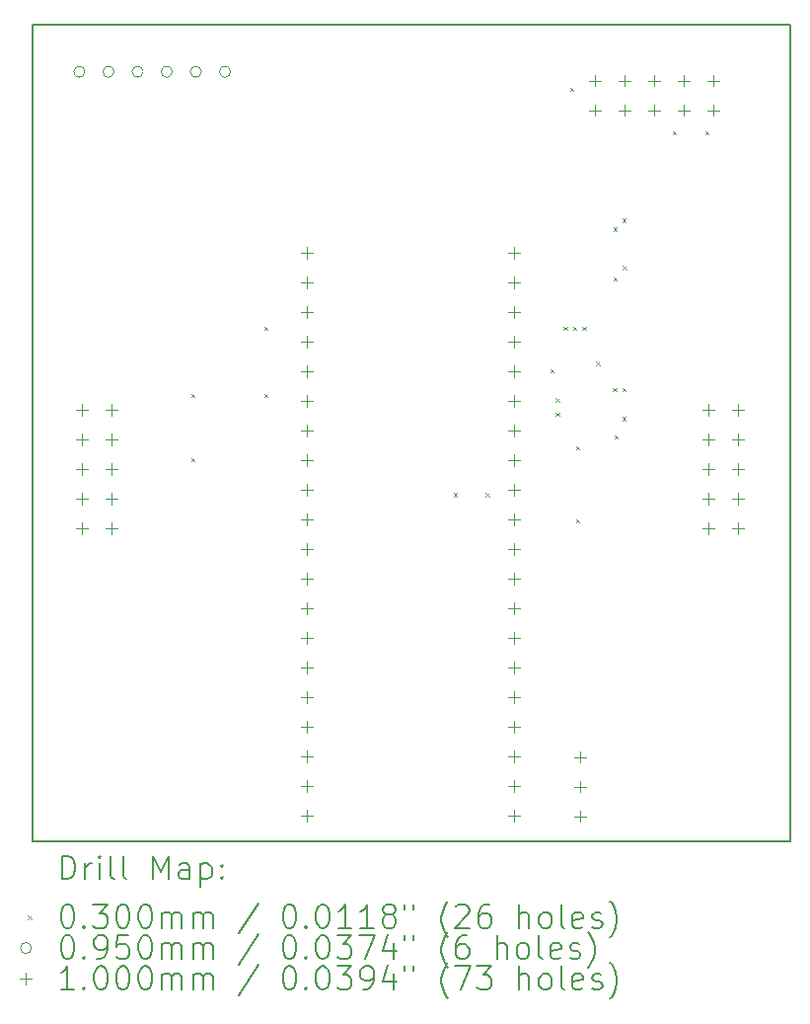
<source format=gbr>
%TF.GenerationSoftware,KiCad,Pcbnew,8.0.5*%
%TF.CreationDate,2024-10-05T13:15:59+02:00*%
%TF.ProjectId,auxboard,61757862-6f61-4726-942e-6b696361645f,rev?*%
%TF.SameCoordinates,Original*%
%TF.FileFunction,Drillmap*%
%TF.FilePolarity,Positive*%
%FSLAX45Y45*%
G04 Gerber Fmt 4.5, Leading zero omitted, Abs format (unit mm)*
G04 Created by KiCad (PCBNEW 8.0.5) date 2024-10-05 13:15:59*
%MOMM*%
%LPD*%
G01*
G04 APERTURE LIST*
%ADD10C,0.200000*%
%ADD11C,0.100000*%
G04 APERTURE END LIST*
D10*
X10000000Y-5000000D02*
X10000000Y-12000000D01*
X16500000Y-5000000D02*
X10000000Y-5000000D01*
X10000000Y-12000000D02*
X16500000Y-12000000D01*
X16500000Y-12000000D02*
X16500000Y-5000000D01*
D11*
X11360000Y-8160000D02*
X11390000Y-8190000D01*
X11390000Y-8160000D02*
X11360000Y-8190000D01*
X11360000Y-8710000D02*
X11390000Y-8740000D01*
X11390000Y-8710000D02*
X11360000Y-8740000D01*
X11985000Y-7585000D02*
X12015000Y-7615000D01*
X12015000Y-7585000D02*
X11985000Y-7615000D01*
X11985000Y-8160000D02*
X12015000Y-8190000D01*
X12015000Y-8160000D02*
X11985000Y-8190000D01*
X13610000Y-9010000D02*
X13640000Y-9040000D01*
X13640000Y-9010000D02*
X13610000Y-9040000D01*
X13885000Y-9010000D02*
X13915000Y-9040000D01*
X13915000Y-9010000D02*
X13885000Y-9040000D01*
X14439926Y-7950000D02*
X14469926Y-7980000D01*
X14469926Y-7950000D02*
X14439926Y-7980000D01*
X14486833Y-8320000D02*
X14516833Y-8350000D01*
X14516833Y-8320000D02*
X14486833Y-8350000D01*
X14489926Y-8200000D02*
X14519926Y-8230000D01*
X14519926Y-8200000D02*
X14489926Y-8230000D01*
X14555000Y-7585000D02*
X14585000Y-7615000D01*
X14585000Y-7585000D02*
X14555000Y-7615000D01*
X14610000Y-5535000D02*
X14640000Y-5565000D01*
X14640000Y-5535000D02*
X14610000Y-5565000D01*
X14635000Y-7585000D02*
X14665000Y-7615000D01*
X14665000Y-7585000D02*
X14635000Y-7615000D01*
X14660000Y-8610000D02*
X14690000Y-8640000D01*
X14690000Y-8610000D02*
X14660000Y-8640000D01*
X14660000Y-9235000D02*
X14690000Y-9265000D01*
X14690000Y-9235000D02*
X14660000Y-9265000D01*
X14715000Y-7585276D02*
X14745000Y-7615276D01*
X14745000Y-7585276D02*
X14715000Y-7615276D01*
X14835000Y-7885000D02*
X14865000Y-7915000D01*
X14865000Y-7885000D02*
X14835000Y-7915000D01*
X14980000Y-8110000D02*
X15010000Y-8140000D01*
X15010000Y-8110000D02*
X14980000Y-8140000D01*
X14985000Y-6735000D02*
X15015000Y-6765000D01*
X15015000Y-6735000D02*
X14985000Y-6765000D01*
X14985000Y-7160000D02*
X15015000Y-7190000D01*
X15015000Y-7160000D02*
X14985000Y-7190000D01*
X14989926Y-8514927D02*
X15019926Y-8544927D01*
X15019926Y-8514927D02*
X14989926Y-8544927D01*
X15060000Y-6660000D02*
X15090000Y-6690000D01*
X15090000Y-6660000D02*
X15060000Y-6690000D01*
X15060000Y-8110000D02*
X15090000Y-8140000D01*
X15090000Y-8110000D02*
X15060000Y-8140000D01*
X15060000Y-8360000D02*
X15090000Y-8390000D01*
X15090000Y-8360000D02*
X15060000Y-8390000D01*
X15063415Y-7063415D02*
X15093415Y-7093415D01*
X15093415Y-7063415D02*
X15063415Y-7093415D01*
X15493000Y-5910000D02*
X15523000Y-5940000D01*
X15523000Y-5910000D02*
X15493000Y-5940000D01*
X15771000Y-5910000D02*
X15801000Y-5940000D01*
X15801000Y-5910000D02*
X15771000Y-5940000D01*
X10447500Y-5400000D02*
G75*
G02*
X10352500Y-5400000I-47500J0D01*
G01*
X10352500Y-5400000D02*
G75*
G02*
X10447500Y-5400000I47500J0D01*
G01*
X10697500Y-5400000D02*
G75*
G02*
X10602500Y-5400000I-47500J0D01*
G01*
X10602500Y-5400000D02*
G75*
G02*
X10697500Y-5400000I47500J0D01*
G01*
X10947500Y-5400000D02*
G75*
G02*
X10852500Y-5400000I-47500J0D01*
G01*
X10852500Y-5400000D02*
G75*
G02*
X10947500Y-5400000I47500J0D01*
G01*
X11197500Y-5400000D02*
G75*
G02*
X11102500Y-5400000I-47500J0D01*
G01*
X11102500Y-5400000D02*
G75*
G02*
X11197500Y-5400000I47500J0D01*
G01*
X11447500Y-5400000D02*
G75*
G02*
X11352500Y-5400000I-47500J0D01*
G01*
X11352500Y-5400000D02*
G75*
G02*
X11447500Y-5400000I47500J0D01*
G01*
X11697500Y-5400000D02*
G75*
G02*
X11602500Y-5400000I-47500J0D01*
G01*
X11602500Y-5400000D02*
G75*
G02*
X11697500Y-5400000I47500J0D01*
G01*
X10421000Y-8250000D02*
X10421000Y-8350000D01*
X10371000Y-8300000D02*
X10471000Y-8300000D01*
X10421000Y-8504000D02*
X10421000Y-8604000D01*
X10371000Y-8554000D02*
X10471000Y-8554000D01*
X10421000Y-8758000D02*
X10421000Y-8858000D01*
X10371000Y-8808000D02*
X10471000Y-8808000D01*
X10421000Y-9012000D02*
X10421000Y-9112000D01*
X10371000Y-9062000D02*
X10471000Y-9062000D01*
X10421000Y-9266000D02*
X10421000Y-9366000D01*
X10371000Y-9316000D02*
X10471000Y-9316000D01*
X10675000Y-8250000D02*
X10675000Y-8350000D01*
X10625000Y-8300000D02*
X10725000Y-8300000D01*
X10675000Y-8504000D02*
X10675000Y-8604000D01*
X10625000Y-8554000D02*
X10725000Y-8554000D01*
X10675000Y-8758000D02*
X10675000Y-8858000D01*
X10625000Y-8808000D02*
X10725000Y-8808000D01*
X10675000Y-9012000D02*
X10675000Y-9112000D01*
X10625000Y-9062000D02*
X10725000Y-9062000D01*
X10675000Y-9266000D02*
X10675000Y-9366000D01*
X10625000Y-9316000D02*
X10725000Y-9316000D01*
X12350000Y-6900000D02*
X12350000Y-7000000D01*
X12300000Y-6950000D02*
X12400000Y-6950000D01*
X12350000Y-7154000D02*
X12350000Y-7254000D01*
X12300000Y-7204000D02*
X12400000Y-7204000D01*
X12350000Y-7408000D02*
X12350000Y-7508000D01*
X12300000Y-7458000D02*
X12400000Y-7458000D01*
X12350000Y-7662000D02*
X12350000Y-7762000D01*
X12300000Y-7712000D02*
X12400000Y-7712000D01*
X12350000Y-7916000D02*
X12350000Y-8016000D01*
X12300000Y-7966000D02*
X12400000Y-7966000D01*
X12350000Y-8170000D02*
X12350000Y-8270000D01*
X12300000Y-8220000D02*
X12400000Y-8220000D01*
X12350000Y-8424000D02*
X12350000Y-8524000D01*
X12300000Y-8474000D02*
X12400000Y-8474000D01*
X12350000Y-8678000D02*
X12350000Y-8778000D01*
X12300000Y-8728000D02*
X12400000Y-8728000D01*
X12350000Y-8932000D02*
X12350000Y-9032000D01*
X12300000Y-8982000D02*
X12400000Y-8982000D01*
X12350000Y-9186000D02*
X12350000Y-9286000D01*
X12300000Y-9236000D02*
X12400000Y-9236000D01*
X12350000Y-9440000D02*
X12350000Y-9540000D01*
X12300000Y-9490000D02*
X12400000Y-9490000D01*
X12350000Y-9694000D02*
X12350000Y-9794000D01*
X12300000Y-9744000D02*
X12400000Y-9744000D01*
X12350000Y-9948000D02*
X12350000Y-10048000D01*
X12300000Y-9998000D02*
X12400000Y-9998000D01*
X12350000Y-10202000D02*
X12350000Y-10302000D01*
X12300000Y-10252000D02*
X12400000Y-10252000D01*
X12350000Y-10456000D02*
X12350000Y-10556000D01*
X12300000Y-10506000D02*
X12400000Y-10506000D01*
X12350000Y-10710000D02*
X12350000Y-10810000D01*
X12300000Y-10760000D02*
X12400000Y-10760000D01*
X12350000Y-10964000D02*
X12350000Y-11064000D01*
X12300000Y-11014000D02*
X12400000Y-11014000D01*
X12350000Y-11218000D02*
X12350000Y-11318000D01*
X12300000Y-11268000D02*
X12400000Y-11268000D01*
X12350000Y-11472000D02*
X12350000Y-11572000D01*
X12300000Y-11522000D02*
X12400000Y-11522000D01*
X12350000Y-11726000D02*
X12350000Y-11826000D01*
X12300000Y-11776000D02*
X12400000Y-11776000D01*
X14128000Y-6900000D02*
X14128000Y-7000000D01*
X14078000Y-6950000D02*
X14178000Y-6950000D01*
X14128000Y-7154000D02*
X14128000Y-7254000D01*
X14078000Y-7204000D02*
X14178000Y-7204000D01*
X14128000Y-7408000D02*
X14128000Y-7508000D01*
X14078000Y-7458000D02*
X14178000Y-7458000D01*
X14128000Y-7662000D02*
X14128000Y-7762000D01*
X14078000Y-7712000D02*
X14178000Y-7712000D01*
X14128000Y-7916000D02*
X14128000Y-8016000D01*
X14078000Y-7966000D02*
X14178000Y-7966000D01*
X14128000Y-8170000D02*
X14128000Y-8270000D01*
X14078000Y-8220000D02*
X14178000Y-8220000D01*
X14128000Y-8424000D02*
X14128000Y-8524000D01*
X14078000Y-8474000D02*
X14178000Y-8474000D01*
X14128000Y-8678000D02*
X14128000Y-8778000D01*
X14078000Y-8728000D02*
X14178000Y-8728000D01*
X14128000Y-8932000D02*
X14128000Y-9032000D01*
X14078000Y-8982000D02*
X14178000Y-8982000D01*
X14128000Y-9186000D02*
X14128000Y-9286000D01*
X14078000Y-9236000D02*
X14178000Y-9236000D01*
X14128000Y-9440000D02*
X14128000Y-9540000D01*
X14078000Y-9490000D02*
X14178000Y-9490000D01*
X14128000Y-9694000D02*
X14128000Y-9794000D01*
X14078000Y-9744000D02*
X14178000Y-9744000D01*
X14128000Y-9948000D02*
X14128000Y-10048000D01*
X14078000Y-9998000D02*
X14178000Y-9998000D01*
X14128000Y-10202000D02*
X14128000Y-10302000D01*
X14078000Y-10252000D02*
X14178000Y-10252000D01*
X14128000Y-10456000D02*
X14128000Y-10556000D01*
X14078000Y-10506000D02*
X14178000Y-10506000D01*
X14128000Y-10710000D02*
X14128000Y-10810000D01*
X14078000Y-10760000D02*
X14178000Y-10760000D01*
X14128000Y-10964000D02*
X14128000Y-11064000D01*
X14078000Y-11014000D02*
X14178000Y-11014000D01*
X14128000Y-11218000D02*
X14128000Y-11318000D01*
X14078000Y-11268000D02*
X14178000Y-11268000D01*
X14128000Y-11472000D02*
X14128000Y-11572000D01*
X14078000Y-11522000D02*
X14178000Y-11522000D01*
X14128000Y-11726000D02*
X14128000Y-11826000D01*
X14078000Y-11776000D02*
X14178000Y-11776000D01*
X14700000Y-11225000D02*
X14700000Y-11325000D01*
X14650000Y-11275000D02*
X14750000Y-11275000D01*
X14700000Y-11479000D02*
X14700000Y-11579000D01*
X14650000Y-11529000D02*
X14750000Y-11529000D01*
X14700000Y-11733000D02*
X14700000Y-11833000D01*
X14650000Y-11783000D02*
X14750000Y-11783000D01*
X14825000Y-5425000D02*
X14825000Y-5525000D01*
X14775000Y-5475000D02*
X14875000Y-5475000D01*
X14825000Y-5679000D02*
X14825000Y-5779000D01*
X14775000Y-5729000D02*
X14875000Y-5729000D01*
X15079000Y-5425000D02*
X15079000Y-5525000D01*
X15029000Y-5475000D02*
X15129000Y-5475000D01*
X15079000Y-5679000D02*
X15079000Y-5779000D01*
X15029000Y-5729000D02*
X15129000Y-5729000D01*
X15333000Y-5425000D02*
X15333000Y-5525000D01*
X15283000Y-5475000D02*
X15383000Y-5475000D01*
X15333000Y-5679000D02*
X15333000Y-5779000D01*
X15283000Y-5729000D02*
X15383000Y-5729000D01*
X15587000Y-5425000D02*
X15587000Y-5525000D01*
X15537000Y-5475000D02*
X15637000Y-5475000D01*
X15587000Y-5679000D02*
X15587000Y-5779000D01*
X15537000Y-5729000D02*
X15637000Y-5729000D01*
X15800000Y-8250000D02*
X15800000Y-8350000D01*
X15750000Y-8300000D02*
X15850000Y-8300000D01*
X15800000Y-8504000D02*
X15800000Y-8604000D01*
X15750000Y-8554000D02*
X15850000Y-8554000D01*
X15800000Y-8758000D02*
X15800000Y-8858000D01*
X15750000Y-8808000D02*
X15850000Y-8808000D01*
X15800000Y-9012000D02*
X15800000Y-9112000D01*
X15750000Y-9062000D02*
X15850000Y-9062000D01*
X15800000Y-9266000D02*
X15800000Y-9366000D01*
X15750000Y-9316000D02*
X15850000Y-9316000D01*
X15841000Y-5425000D02*
X15841000Y-5525000D01*
X15791000Y-5475000D02*
X15891000Y-5475000D01*
X15841000Y-5679000D02*
X15841000Y-5779000D01*
X15791000Y-5729000D02*
X15891000Y-5729000D01*
X16054000Y-8250000D02*
X16054000Y-8350000D01*
X16004000Y-8300000D02*
X16104000Y-8300000D01*
X16054000Y-8504000D02*
X16054000Y-8604000D01*
X16004000Y-8554000D02*
X16104000Y-8554000D01*
X16054000Y-8758000D02*
X16054000Y-8858000D01*
X16004000Y-8808000D02*
X16104000Y-8808000D01*
X16054000Y-9012000D02*
X16054000Y-9112000D01*
X16004000Y-9062000D02*
X16104000Y-9062000D01*
X16054000Y-9266000D02*
X16054000Y-9366000D01*
X16004000Y-9316000D02*
X16104000Y-9316000D01*
D10*
X10250777Y-12321484D02*
X10250777Y-12121484D01*
X10250777Y-12121484D02*
X10298396Y-12121484D01*
X10298396Y-12121484D02*
X10326967Y-12131008D01*
X10326967Y-12131008D02*
X10346015Y-12150055D01*
X10346015Y-12150055D02*
X10355539Y-12169103D01*
X10355539Y-12169103D02*
X10365063Y-12207198D01*
X10365063Y-12207198D02*
X10365063Y-12235769D01*
X10365063Y-12235769D02*
X10355539Y-12273865D01*
X10355539Y-12273865D02*
X10346015Y-12292912D01*
X10346015Y-12292912D02*
X10326967Y-12311960D01*
X10326967Y-12311960D02*
X10298396Y-12321484D01*
X10298396Y-12321484D02*
X10250777Y-12321484D01*
X10450777Y-12321484D02*
X10450777Y-12188150D01*
X10450777Y-12226246D02*
X10460301Y-12207198D01*
X10460301Y-12207198D02*
X10469824Y-12197674D01*
X10469824Y-12197674D02*
X10488872Y-12188150D01*
X10488872Y-12188150D02*
X10507920Y-12188150D01*
X10574586Y-12321484D02*
X10574586Y-12188150D01*
X10574586Y-12121484D02*
X10565063Y-12131008D01*
X10565063Y-12131008D02*
X10574586Y-12140531D01*
X10574586Y-12140531D02*
X10584110Y-12131008D01*
X10584110Y-12131008D02*
X10574586Y-12121484D01*
X10574586Y-12121484D02*
X10574586Y-12140531D01*
X10698396Y-12321484D02*
X10679348Y-12311960D01*
X10679348Y-12311960D02*
X10669824Y-12292912D01*
X10669824Y-12292912D02*
X10669824Y-12121484D01*
X10803158Y-12321484D02*
X10784110Y-12311960D01*
X10784110Y-12311960D02*
X10774586Y-12292912D01*
X10774586Y-12292912D02*
X10774586Y-12121484D01*
X11031729Y-12321484D02*
X11031729Y-12121484D01*
X11031729Y-12121484D02*
X11098396Y-12264341D01*
X11098396Y-12264341D02*
X11165063Y-12121484D01*
X11165063Y-12121484D02*
X11165063Y-12321484D01*
X11346015Y-12321484D02*
X11346015Y-12216722D01*
X11346015Y-12216722D02*
X11336491Y-12197674D01*
X11336491Y-12197674D02*
X11317443Y-12188150D01*
X11317443Y-12188150D02*
X11279348Y-12188150D01*
X11279348Y-12188150D02*
X11260301Y-12197674D01*
X11346015Y-12311960D02*
X11326967Y-12321484D01*
X11326967Y-12321484D02*
X11279348Y-12321484D01*
X11279348Y-12321484D02*
X11260301Y-12311960D01*
X11260301Y-12311960D02*
X11250777Y-12292912D01*
X11250777Y-12292912D02*
X11250777Y-12273865D01*
X11250777Y-12273865D02*
X11260301Y-12254817D01*
X11260301Y-12254817D02*
X11279348Y-12245293D01*
X11279348Y-12245293D02*
X11326967Y-12245293D01*
X11326967Y-12245293D02*
X11346015Y-12235769D01*
X11441253Y-12188150D02*
X11441253Y-12388150D01*
X11441253Y-12197674D02*
X11460301Y-12188150D01*
X11460301Y-12188150D02*
X11498396Y-12188150D01*
X11498396Y-12188150D02*
X11517443Y-12197674D01*
X11517443Y-12197674D02*
X11526967Y-12207198D01*
X11526967Y-12207198D02*
X11536491Y-12226246D01*
X11536491Y-12226246D02*
X11536491Y-12283388D01*
X11536491Y-12283388D02*
X11526967Y-12302436D01*
X11526967Y-12302436D02*
X11517443Y-12311960D01*
X11517443Y-12311960D02*
X11498396Y-12321484D01*
X11498396Y-12321484D02*
X11460301Y-12321484D01*
X11460301Y-12321484D02*
X11441253Y-12311960D01*
X11622205Y-12302436D02*
X11631729Y-12311960D01*
X11631729Y-12311960D02*
X11622205Y-12321484D01*
X11622205Y-12321484D02*
X11612682Y-12311960D01*
X11612682Y-12311960D02*
X11622205Y-12302436D01*
X11622205Y-12302436D02*
X11622205Y-12321484D01*
X11622205Y-12197674D02*
X11631729Y-12207198D01*
X11631729Y-12207198D02*
X11622205Y-12216722D01*
X11622205Y-12216722D02*
X11612682Y-12207198D01*
X11612682Y-12207198D02*
X11622205Y-12197674D01*
X11622205Y-12197674D02*
X11622205Y-12216722D01*
D11*
X9960000Y-12635000D02*
X9990000Y-12665000D01*
X9990000Y-12635000D02*
X9960000Y-12665000D01*
D10*
X10288872Y-12541484D02*
X10307920Y-12541484D01*
X10307920Y-12541484D02*
X10326967Y-12551008D01*
X10326967Y-12551008D02*
X10336491Y-12560531D01*
X10336491Y-12560531D02*
X10346015Y-12579579D01*
X10346015Y-12579579D02*
X10355539Y-12617674D01*
X10355539Y-12617674D02*
X10355539Y-12665293D01*
X10355539Y-12665293D02*
X10346015Y-12703388D01*
X10346015Y-12703388D02*
X10336491Y-12722436D01*
X10336491Y-12722436D02*
X10326967Y-12731960D01*
X10326967Y-12731960D02*
X10307920Y-12741484D01*
X10307920Y-12741484D02*
X10288872Y-12741484D01*
X10288872Y-12741484D02*
X10269824Y-12731960D01*
X10269824Y-12731960D02*
X10260301Y-12722436D01*
X10260301Y-12722436D02*
X10250777Y-12703388D01*
X10250777Y-12703388D02*
X10241253Y-12665293D01*
X10241253Y-12665293D02*
X10241253Y-12617674D01*
X10241253Y-12617674D02*
X10250777Y-12579579D01*
X10250777Y-12579579D02*
X10260301Y-12560531D01*
X10260301Y-12560531D02*
X10269824Y-12551008D01*
X10269824Y-12551008D02*
X10288872Y-12541484D01*
X10441253Y-12722436D02*
X10450777Y-12731960D01*
X10450777Y-12731960D02*
X10441253Y-12741484D01*
X10441253Y-12741484D02*
X10431729Y-12731960D01*
X10431729Y-12731960D02*
X10441253Y-12722436D01*
X10441253Y-12722436D02*
X10441253Y-12741484D01*
X10517444Y-12541484D02*
X10641253Y-12541484D01*
X10641253Y-12541484D02*
X10574586Y-12617674D01*
X10574586Y-12617674D02*
X10603158Y-12617674D01*
X10603158Y-12617674D02*
X10622205Y-12627198D01*
X10622205Y-12627198D02*
X10631729Y-12636722D01*
X10631729Y-12636722D02*
X10641253Y-12655769D01*
X10641253Y-12655769D02*
X10641253Y-12703388D01*
X10641253Y-12703388D02*
X10631729Y-12722436D01*
X10631729Y-12722436D02*
X10622205Y-12731960D01*
X10622205Y-12731960D02*
X10603158Y-12741484D01*
X10603158Y-12741484D02*
X10546015Y-12741484D01*
X10546015Y-12741484D02*
X10526967Y-12731960D01*
X10526967Y-12731960D02*
X10517444Y-12722436D01*
X10765063Y-12541484D02*
X10784110Y-12541484D01*
X10784110Y-12541484D02*
X10803158Y-12551008D01*
X10803158Y-12551008D02*
X10812682Y-12560531D01*
X10812682Y-12560531D02*
X10822205Y-12579579D01*
X10822205Y-12579579D02*
X10831729Y-12617674D01*
X10831729Y-12617674D02*
X10831729Y-12665293D01*
X10831729Y-12665293D02*
X10822205Y-12703388D01*
X10822205Y-12703388D02*
X10812682Y-12722436D01*
X10812682Y-12722436D02*
X10803158Y-12731960D01*
X10803158Y-12731960D02*
X10784110Y-12741484D01*
X10784110Y-12741484D02*
X10765063Y-12741484D01*
X10765063Y-12741484D02*
X10746015Y-12731960D01*
X10746015Y-12731960D02*
X10736491Y-12722436D01*
X10736491Y-12722436D02*
X10726967Y-12703388D01*
X10726967Y-12703388D02*
X10717444Y-12665293D01*
X10717444Y-12665293D02*
X10717444Y-12617674D01*
X10717444Y-12617674D02*
X10726967Y-12579579D01*
X10726967Y-12579579D02*
X10736491Y-12560531D01*
X10736491Y-12560531D02*
X10746015Y-12551008D01*
X10746015Y-12551008D02*
X10765063Y-12541484D01*
X10955539Y-12541484D02*
X10974586Y-12541484D01*
X10974586Y-12541484D02*
X10993634Y-12551008D01*
X10993634Y-12551008D02*
X11003158Y-12560531D01*
X11003158Y-12560531D02*
X11012682Y-12579579D01*
X11012682Y-12579579D02*
X11022205Y-12617674D01*
X11022205Y-12617674D02*
X11022205Y-12665293D01*
X11022205Y-12665293D02*
X11012682Y-12703388D01*
X11012682Y-12703388D02*
X11003158Y-12722436D01*
X11003158Y-12722436D02*
X10993634Y-12731960D01*
X10993634Y-12731960D02*
X10974586Y-12741484D01*
X10974586Y-12741484D02*
X10955539Y-12741484D01*
X10955539Y-12741484D02*
X10936491Y-12731960D01*
X10936491Y-12731960D02*
X10926967Y-12722436D01*
X10926967Y-12722436D02*
X10917444Y-12703388D01*
X10917444Y-12703388D02*
X10907920Y-12665293D01*
X10907920Y-12665293D02*
X10907920Y-12617674D01*
X10907920Y-12617674D02*
X10917444Y-12579579D01*
X10917444Y-12579579D02*
X10926967Y-12560531D01*
X10926967Y-12560531D02*
X10936491Y-12551008D01*
X10936491Y-12551008D02*
X10955539Y-12541484D01*
X11107920Y-12741484D02*
X11107920Y-12608150D01*
X11107920Y-12627198D02*
X11117444Y-12617674D01*
X11117444Y-12617674D02*
X11136491Y-12608150D01*
X11136491Y-12608150D02*
X11165063Y-12608150D01*
X11165063Y-12608150D02*
X11184110Y-12617674D01*
X11184110Y-12617674D02*
X11193634Y-12636722D01*
X11193634Y-12636722D02*
X11193634Y-12741484D01*
X11193634Y-12636722D02*
X11203158Y-12617674D01*
X11203158Y-12617674D02*
X11222205Y-12608150D01*
X11222205Y-12608150D02*
X11250777Y-12608150D01*
X11250777Y-12608150D02*
X11269824Y-12617674D01*
X11269824Y-12617674D02*
X11279348Y-12636722D01*
X11279348Y-12636722D02*
X11279348Y-12741484D01*
X11374586Y-12741484D02*
X11374586Y-12608150D01*
X11374586Y-12627198D02*
X11384110Y-12617674D01*
X11384110Y-12617674D02*
X11403158Y-12608150D01*
X11403158Y-12608150D02*
X11431729Y-12608150D01*
X11431729Y-12608150D02*
X11450777Y-12617674D01*
X11450777Y-12617674D02*
X11460301Y-12636722D01*
X11460301Y-12636722D02*
X11460301Y-12741484D01*
X11460301Y-12636722D02*
X11469824Y-12617674D01*
X11469824Y-12617674D02*
X11488872Y-12608150D01*
X11488872Y-12608150D02*
X11517443Y-12608150D01*
X11517443Y-12608150D02*
X11536491Y-12617674D01*
X11536491Y-12617674D02*
X11546015Y-12636722D01*
X11546015Y-12636722D02*
X11546015Y-12741484D01*
X11936491Y-12531960D02*
X11765063Y-12789103D01*
X12193634Y-12541484D02*
X12212682Y-12541484D01*
X12212682Y-12541484D02*
X12231729Y-12551008D01*
X12231729Y-12551008D02*
X12241253Y-12560531D01*
X12241253Y-12560531D02*
X12250777Y-12579579D01*
X12250777Y-12579579D02*
X12260301Y-12617674D01*
X12260301Y-12617674D02*
X12260301Y-12665293D01*
X12260301Y-12665293D02*
X12250777Y-12703388D01*
X12250777Y-12703388D02*
X12241253Y-12722436D01*
X12241253Y-12722436D02*
X12231729Y-12731960D01*
X12231729Y-12731960D02*
X12212682Y-12741484D01*
X12212682Y-12741484D02*
X12193634Y-12741484D01*
X12193634Y-12741484D02*
X12174586Y-12731960D01*
X12174586Y-12731960D02*
X12165063Y-12722436D01*
X12165063Y-12722436D02*
X12155539Y-12703388D01*
X12155539Y-12703388D02*
X12146015Y-12665293D01*
X12146015Y-12665293D02*
X12146015Y-12617674D01*
X12146015Y-12617674D02*
X12155539Y-12579579D01*
X12155539Y-12579579D02*
X12165063Y-12560531D01*
X12165063Y-12560531D02*
X12174586Y-12551008D01*
X12174586Y-12551008D02*
X12193634Y-12541484D01*
X12346015Y-12722436D02*
X12355539Y-12731960D01*
X12355539Y-12731960D02*
X12346015Y-12741484D01*
X12346015Y-12741484D02*
X12336491Y-12731960D01*
X12336491Y-12731960D02*
X12346015Y-12722436D01*
X12346015Y-12722436D02*
X12346015Y-12741484D01*
X12479348Y-12541484D02*
X12498396Y-12541484D01*
X12498396Y-12541484D02*
X12517444Y-12551008D01*
X12517444Y-12551008D02*
X12526967Y-12560531D01*
X12526967Y-12560531D02*
X12536491Y-12579579D01*
X12536491Y-12579579D02*
X12546015Y-12617674D01*
X12546015Y-12617674D02*
X12546015Y-12665293D01*
X12546015Y-12665293D02*
X12536491Y-12703388D01*
X12536491Y-12703388D02*
X12526967Y-12722436D01*
X12526967Y-12722436D02*
X12517444Y-12731960D01*
X12517444Y-12731960D02*
X12498396Y-12741484D01*
X12498396Y-12741484D02*
X12479348Y-12741484D01*
X12479348Y-12741484D02*
X12460301Y-12731960D01*
X12460301Y-12731960D02*
X12450777Y-12722436D01*
X12450777Y-12722436D02*
X12441253Y-12703388D01*
X12441253Y-12703388D02*
X12431729Y-12665293D01*
X12431729Y-12665293D02*
X12431729Y-12617674D01*
X12431729Y-12617674D02*
X12441253Y-12579579D01*
X12441253Y-12579579D02*
X12450777Y-12560531D01*
X12450777Y-12560531D02*
X12460301Y-12551008D01*
X12460301Y-12551008D02*
X12479348Y-12541484D01*
X12736491Y-12741484D02*
X12622206Y-12741484D01*
X12679348Y-12741484D02*
X12679348Y-12541484D01*
X12679348Y-12541484D02*
X12660301Y-12570055D01*
X12660301Y-12570055D02*
X12641253Y-12589103D01*
X12641253Y-12589103D02*
X12622206Y-12598627D01*
X12926967Y-12741484D02*
X12812682Y-12741484D01*
X12869825Y-12741484D02*
X12869825Y-12541484D01*
X12869825Y-12541484D02*
X12850777Y-12570055D01*
X12850777Y-12570055D02*
X12831729Y-12589103D01*
X12831729Y-12589103D02*
X12812682Y-12598627D01*
X13041253Y-12627198D02*
X13022206Y-12617674D01*
X13022206Y-12617674D02*
X13012682Y-12608150D01*
X13012682Y-12608150D02*
X13003158Y-12589103D01*
X13003158Y-12589103D02*
X13003158Y-12579579D01*
X13003158Y-12579579D02*
X13012682Y-12560531D01*
X13012682Y-12560531D02*
X13022206Y-12551008D01*
X13022206Y-12551008D02*
X13041253Y-12541484D01*
X13041253Y-12541484D02*
X13079348Y-12541484D01*
X13079348Y-12541484D02*
X13098396Y-12551008D01*
X13098396Y-12551008D02*
X13107920Y-12560531D01*
X13107920Y-12560531D02*
X13117444Y-12579579D01*
X13117444Y-12579579D02*
X13117444Y-12589103D01*
X13117444Y-12589103D02*
X13107920Y-12608150D01*
X13107920Y-12608150D02*
X13098396Y-12617674D01*
X13098396Y-12617674D02*
X13079348Y-12627198D01*
X13079348Y-12627198D02*
X13041253Y-12627198D01*
X13041253Y-12627198D02*
X13022206Y-12636722D01*
X13022206Y-12636722D02*
X13012682Y-12646246D01*
X13012682Y-12646246D02*
X13003158Y-12665293D01*
X13003158Y-12665293D02*
X13003158Y-12703388D01*
X13003158Y-12703388D02*
X13012682Y-12722436D01*
X13012682Y-12722436D02*
X13022206Y-12731960D01*
X13022206Y-12731960D02*
X13041253Y-12741484D01*
X13041253Y-12741484D02*
X13079348Y-12741484D01*
X13079348Y-12741484D02*
X13098396Y-12731960D01*
X13098396Y-12731960D02*
X13107920Y-12722436D01*
X13107920Y-12722436D02*
X13117444Y-12703388D01*
X13117444Y-12703388D02*
X13117444Y-12665293D01*
X13117444Y-12665293D02*
X13107920Y-12646246D01*
X13107920Y-12646246D02*
X13098396Y-12636722D01*
X13098396Y-12636722D02*
X13079348Y-12627198D01*
X13193634Y-12541484D02*
X13193634Y-12579579D01*
X13269825Y-12541484D02*
X13269825Y-12579579D01*
X13565063Y-12817674D02*
X13555539Y-12808150D01*
X13555539Y-12808150D02*
X13536491Y-12779579D01*
X13536491Y-12779579D02*
X13526968Y-12760531D01*
X13526968Y-12760531D02*
X13517444Y-12731960D01*
X13517444Y-12731960D02*
X13507920Y-12684341D01*
X13507920Y-12684341D02*
X13507920Y-12646246D01*
X13507920Y-12646246D02*
X13517444Y-12598627D01*
X13517444Y-12598627D02*
X13526968Y-12570055D01*
X13526968Y-12570055D02*
X13536491Y-12551008D01*
X13536491Y-12551008D02*
X13555539Y-12522436D01*
X13555539Y-12522436D02*
X13565063Y-12512912D01*
X13631729Y-12560531D02*
X13641253Y-12551008D01*
X13641253Y-12551008D02*
X13660301Y-12541484D01*
X13660301Y-12541484D02*
X13707920Y-12541484D01*
X13707920Y-12541484D02*
X13726968Y-12551008D01*
X13726968Y-12551008D02*
X13736491Y-12560531D01*
X13736491Y-12560531D02*
X13746015Y-12579579D01*
X13746015Y-12579579D02*
X13746015Y-12598627D01*
X13746015Y-12598627D02*
X13736491Y-12627198D01*
X13736491Y-12627198D02*
X13622206Y-12741484D01*
X13622206Y-12741484D02*
X13746015Y-12741484D01*
X13917444Y-12541484D02*
X13879348Y-12541484D01*
X13879348Y-12541484D02*
X13860301Y-12551008D01*
X13860301Y-12551008D02*
X13850777Y-12560531D01*
X13850777Y-12560531D02*
X13831729Y-12589103D01*
X13831729Y-12589103D02*
X13822206Y-12627198D01*
X13822206Y-12627198D02*
X13822206Y-12703388D01*
X13822206Y-12703388D02*
X13831729Y-12722436D01*
X13831729Y-12722436D02*
X13841253Y-12731960D01*
X13841253Y-12731960D02*
X13860301Y-12741484D01*
X13860301Y-12741484D02*
X13898396Y-12741484D01*
X13898396Y-12741484D02*
X13917444Y-12731960D01*
X13917444Y-12731960D02*
X13926968Y-12722436D01*
X13926968Y-12722436D02*
X13936491Y-12703388D01*
X13936491Y-12703388D02*
X13936491Y-12655769D01*
X13936491Y-12655769D02*
X13926968Y-12636722D01*
X13926968Y-12636722D02*
X13917444Y-12627198D01*
X13917444Y-12627198D02*
X13898396Y-12617674D01*
X13898396Y-12617674D02*
X13860301Y-12617674D01*
X13860301Y-12617674D02*
X13841253Y-12627198D01*
X13841253Y-12627198D02*
X13831729Y-12636722D01*
X13831729Y-12636722D02*
X13822206Y-12655769D01*
X14174587Y-12741484D02*
X14174587Y-12541484D01*
X14260301Y-12741484D02*
X14260301Y-12636722D01*
X14260301Y-12636722D02*
X14250777Y-12617674D01*
X14250777Y-12617674D02*
X14231730Y-12608150D01*
X14231730Y-12608150D02*
X14203158Y-12608150D01*
X14203158Y-12608150D02*
X14184110Y-12617674D01*
X14184110Y-12617674D02*
X14174587Y-12627198D01*
X14384110Y-12741484D02*
X14365063Y-12731960D01*
X14365063Y-12731960D02*
X14355539Y-12722436D01*
X14355539Y-12722436D02*
X14346015Y-12703388D01*
X14346015Y-12703388D02*
X14346015Y-12646246D01*
X14346015Y-12646246D02*
X14355539Y-12627198D01*
X14355539Y-12627198D02*
X14365063Y-12617674D01*
X14365063Y-12617674D02*
X14384110Y-12608150D01*
X14384110Y-12608150D02*
X14412682Y-12608150D01*
X14412682Y-12608150D02*
X14431730Y-12617674D01*
X14431730Y-12617674D02*
X14441253Y-12627198D01*
X14441253Y-12627198D02*
X14450777Y-12646246D01*
X14450777Y-12646246D02*
X14450777Y-12703388D01*
X14450777Y-12703388D02*
X14441253Y-12722436D01*
X14441253Y-12722436D02*
X14431730Y-12731960D01*
X14431730Y-12731960D02*
X14412682Y-12741484D01*
X14412682Y-12741484D02*
X14384110Y-12741484D01*
X14565063Y-12741484D02*
X14546015Y-12731960D01*
X14546015Y-12731960D02*
X14536491Y-12712912D01*
X14536491Y-12712912D02*
X14536491Y-12541484D01*
X14717444Y-12731960D02*
X14698396Y-12741484D01*
X14698396Y-12741484D02*
X14660301Y-12741484D01*
X14660301Y-12741484D02*
X14641253Y-12731960D01*
X14641253Y-12731960D02*
X14631730Y-12712912D01*
X14631730Y-12712912D02*
X14631730Y-12636722D01*
X14631730Y-12636722D02*
X14641253Y-12617674D01*
X14641253Y-12617674D02*
X14660301Y-12608150D01*
X14660301Y-12608150D02*
X14698396Y-12608150D01*
X14698396Y-12608150D02*
X14717444Y-12617674D01*
X14717444Y-12617674D02*
X14726968Y-12636722D01*
X14726968Y-12636722D02*
X14726968Y-12655769D01*
X14726968Y-12655769D02*
X14631730Y-12674817D01*
X14803158Y-12731960D02*
X14822206Y-12741484D01*
X14822206Y-12741484D02*
X14860301Y-12741484D01*
X14860301Y-12741484D02*
X14879349Y-12731960D01*
X14879349Y-12731960D02*
X14888872Y-12712912D01*
X14888872Y-12712912D02*
X14888872Y-12703388D01*
X14888872Y-12703388D02*
X14879349Y-12684341D01*
X14879349Y-12684341D02*
X14860301Y-12674817D01*
X14860301Y-12674817D02*
X14831730Y-12674817D01*
X14831730Y-12674817D02*
X14812682Y-12665293D01*
X14812682Y-12665293D02*
X14803158Y-12646246D01*
X14803158Y-12646246D02*
X14803158Y-12636722D01*
X14803158Y-12636722D02*
X14812682Y-12617674D01*
X14812682Y-12617674D02*
X14831730Y-12608150D01*
X14831730Y-12608150D02*
X14860301Y-12608150D01*
X14860301Y-12608150D02*
X14879349Y-12617674D01*
X14955539Y-12817674D02*
X14965063Y-12808150D01*
X14965063Y-12808150D02*
X14984111Y-12779579D01*
X14984111Y-12779579D02*
X14993634Y-12760531D01*
X14993634Y-12760531D02*
X15003158Y-12731960D01*
X15003158Y-12731960D02*
X15012682Y-12684341D01*
X15012682Y-12684341D02*
X15012682Y-12646246D01*
X15012682Y-12646246D02*
X15003158Y-12598627D01*
X15003158Y-12598627D02*
X14993634Y-12570055D01*
X14993634Y-12570055D02*
X14984111Y-12551008D01*
X14984111Y-12551008D02*
X14965063Y-12522436D01*
X14965063Y-12522436D02*
X14955539Y-12512912D01*
D11*
X9990000Y-12914000D02*
G75*
G02*
X9895000Y-12914000I-47500J0D01*
G01*
X9895000Y-12914000D02*
G75*
G02*
X9990000Y-12914000I47500J0D01*
G01*
D10*
X10288872Y-12805484D02*
X10307920Y-12805484D01*
X10307920Y-12805484D02*
X10326967Y-12815008D01*
X10326967Y-12815008D02*
X10336491Y-12824531D01*
X10336491Y-12824531D02*
X10346015Y-12843579D01*
X10346015Y-12843579D02*
X10355539Y-12881674D01*
X10355539Y-12881674D02*
X10355539Y-12929293D01*
X10355539Y-12929293D02*
X10346015Y-12967388D01*
X10346015Y-12967388D02*
X10336491Y-12986436D01*
X10336491Y-12986436D02*
X10326967Y-12995960D01*
X10326967Y-12995960D02*
X10307920Y-13005484D01*
X10307920Y-13005484D02*
X10288872Y-13005484D01*
X10288872Y-13005484D02*
X10269824Y-12995960D01*
X10269824Y-12995960D02*
X10260301Y-12986436D01*
X10260301Y-12986436D02*
X10250777Y-12967388D01*
X10250777Y-12967388D02*
X10241253Y-12929293D01*
X10241253Y-12929293D02*
X10241253Y-12881674D01*
X10241253Y-12881674D02*
X10250777Y-12843579D01*
X10250777Y-12843579D02*
X10260301Y-12824531D01*
X10260301Y-12824531D02*
X10269824Y-12815008D01*
X10269824Y-12815008D02*
X10288872Y-12805484D01*
X10441253Y-12986436D02*
X10450777Y-12995960D01*
X10450777Y-12995960D02*
X10441253Y-13005484D01*
X10441253Y-13005484D02*
X10431729Y-12995960D01*
X10431729Y-12995960D02*
X10441253Y-12986436D01*
X10441253Y-12986436D02*
X10441253Y-13005484D01*
X10546015Y-13005484D02*
X10584110Y-13005484D01*
X10584110Y-13005484D02*
X10603158Y-12995960D01*
X10603158Y-12995960D02*
X10612682Y-12986436D01*
X10612682Y-12986436D02*
X10631729Y-12957865D01*
X10631729Y-12957865D02*
X10641253Y-12919769D01*
X10641253Y-12919769D02*
X10641253Y-12843579D01*
X10641253Y-12843579D02*
X10631729Y-12824531D01*
X10631729Y-12824531D02*
X10622205Y-12815008D01*
X10622205Y-12815008D02*
X10603158Y-12805484D01*
X10603158Y-12805484D02*
X10565063Y-12805484D01*
X10565063Y-12805484D02*
X10546015Y-12815008D01*
X10546015Y-12815008D02*
X10536491Y-12824531D01*
X10536491Y-12824531D02*
X10526967Y-12843579D01*
X10526967Y-12843579D02*
X10526967Y-12891198D01*
X10526967Y-12891198D02*
X10536491Y-12910246D01*
X10536491Y-12910246D02*
X10546015Y-12919769D01*
X10546015Y-12919769D02*
X10565063Y-12929293D01*
X10565063Y-12929293D02*
X10603158Y-12929293D01*
X10603158Y-12929293D02*
X10622205Y-12919769D01*
X10622205Y-12919769D02*
X10631729Y-12910246D01*
X10631729Y-12910246D02*
X10641253Y-12891198D01*
X10822205Y-12805484D02*
X10726967Y-12805484D01*
X10726967Y-12805484D02*
X10717444Y-12900722D01*
X10717444Y-12900722D02*
X10726967Y-12891198D01*
X10726967Y-12891198D02*
X10746015Y-12881674D01*
X10746015Y-12881674D02*
X10793634Y-12881674D01*
X10793634Y-12881674D02*
X10812682Y-12891198D01*
X10812682Y-12891198D02*
X10822205Y-12900722D01*
X10822205Y-12900722D02*
X10831729Y-12919769D01*
X10831729Y-12919769D02*
X10831729Y-12967388D01*
X10831729Y-12967388D02*
X10822205Y-12986436D01*
X10822205Y-12986436D02*
X10812682Y-12995960D01*
X10812682Y-12995960D02*
X10793634Y-13005484D01*
X10793634Y-13005484D02*
X10746015Y-13005484D01*
X10746015Y-13005484D02*
X10726967Y-12995960D01*
X10726967Y-12995960D02*
X10717444Y-12986436D01*
X10955539Y-12805484D02*
X10974586Y-12805484D01*
X10974586Y-12805484D02*
X10993634Y-12815008D01*
X10993634Y-12815008D02*
X11003158Y-12824531D01*
X11003158Y-12824531D02*
X11012682Y-12843579D01*
X11012682Y-12843579D02*
X11022205Y-12881674D01*
X11022205Y-12881674D02*
X11022205Y-12929293D01*
X11022205Y-12929293D02*
X11012682Y-12967388D01*
X11012682Y-12967388D02*
X11003158Y-12986436D01*
X11003158Y-12986436D02*
X10993634Y-12995960D01*
X10993634Y-12995960D02*
X10974586Y-13005484D01*
X10974586Y-13005484D02*
X10955539Y-13005484D01*
X10955539Y-13005484D02*
X10936491Y-12995960D01*
X10936491Y-12995960D02*
X10926967Y-12986436D01*
X10926967Y-12986436D02*
X10917444Y-12967388D01*
X10917444Y-12967388D02*
X10907920Y-12929293D01*
X10907920Y-12929293D02*
X10907920Y-12881674D01*
X10907920Y-12881674D02*
X10917444Y-12843579D01*
X10917444Y-12843579D02*
X10926967Y-12824531D01*
X10926967Y-12824531D02*
X10936491Y-12815008D01*
X10936491Y-12815008D02*
X10955539Y-12805484D01*
X11107920Y-13005484D02*
X11107920Y-12872150D01*
X11107920Y-12891198D02*
X11117444Y-12881674D01*
X11117444Y-12881674D02*
X11136491Y-12872150D01*
X11136491Y-12872150D02*
X11165063Y-12872150D01*
X11165063Y-12872150D02*
X11184110Y-12881674D01*
X11184110Y-12881674D02*
X11193634Y-12900722D01*
X11193634Y-12900722D02*
X11193634Y-13005484D01*
X11193634Y-12900722D02*
X11203158Y-12881674D01*
X11203158Y-12881674D02*
X11222205Y-12872150D01*
X11222205Y-12872150D02*
X11250777Y-12872150D01*
X11250777Y-12872150D02*
X11269824Y-12881674D01*
X11269824Y-12881674D02*
X11279348Y-12900722D01*
X11279348Y-12900722D02*
X11279348Y-13005484D01*
X11374586Y-13005484D02*
X11374586Y-12872150D01*
X11374586Y-12891198D02*
X11384110Y-12881674D01*
X11384110Y-12881674D02*
X11403158Y-12872150D01*
X11403158Y-12872150D02*
X11431729Y-12872150D01*
X11431729Y-12872150D02*
X11450777Y-12881674D01*
X11450777Y-12881674D02*
X11460301Y-12900722D01*
X11460301Y-12900722D02*
X11460301Y-13005484D01*
X11460301Y-12900722D02*
X11469824Y-12881674D01*
X11469824Y-12881674D02*
X11488872Y-12872150D01*
X11488872Y-12872150D02*
X11517443Y-12872150D01*
X11517443Y-12872150D02*
X11536491Y-12881674D01*
X11536491Y-12881674D02*
X11546015Y-12900722D01*
X11546015Y-12900722D02*
X11546015Y-13005484D01*
X11936491Y-12795960D02*
X11765063Y-13053103D01*
X12193634Y-12805484D02*
X12212682Y-12805484D01*
X12212682Y-12805484D02*
X12231729Y-12815008D01*
X12231729Y-12815008D02*
X12241253Y-12824531D01*
X12241253Y-12824531D02*
X12250777Y-12843579D01*
X12250777Y-12843579D02*
X12260301Y-12881674D01*
X12260301Y-12881674D02*
X12260301Y-12929293D01*
X12260301Y-12929293D02*
X12250777Y-12967388D01*
X12250777Y-12967388D02*
X12241253Y-12986436D01*
X12241253Y-12986436D02*
X12231729Y-12995960D01*
X12231729Y-12995960D02*
X12212682Y-13005484D01*
X12212682Y-13005484D02*
X12193634Y-13005484D01*
X12193634Y-13005484D02*
X12174586Y-12995960D01*
X12174586Y-12995960D02*
X12165063Y-12986436D01*
X12165063Y-12986436D02*
X12155539Y-12967388D01*
X12155539Y-12967388D02*
X12146015Y-12929293D01*
X12146015Y-12929293D02*
X12146015Y-12881674D01*
X12146015Y-12881674D02*
X12155539Y-12843579D01*
X12155539Y-12843579D02*
X12165063Y-12824531D01*
X12165063Y-12824531D02*
X12174586Y-12815008D01*
X12174586Y-12815008D02*
X12193634Y-12805484D01*
X12346015Y-12986436D02*
X12355539Y-12995960D01*
X12355539Y-12995960D02*
X12346015Y-13005484D01*
X12346015Y-13005484D02*
X12336491Y-12995960D01*
X12336491Y-12995960D02*
X12346015Y-12986436D01*
X12346015Y-12986436D02*
X12346015Y-13005484D01*
X12479348Y-12805484D02*
X12498396Y-12805484D01*
X12498396Y-12805484D02*
X12517444Y-12815008D01*
X12517444Y-12815008D02*
X12526967Y-12824531D01*
X12526967Y-12824531D02*
X12536491Y-12843579D01*
X12536491Y-12843579D02*
X12546015Y-12881674D01*
X12546015Y-12881674D02*
X12546015Y-12929293D01*
X12546015Y-12929293D02*
X12536491Y-12967388D01*
X12536491Y-12967388D02*
X12526967Y-12986436D01*
X12526967Y-12986436D02*
X12517444Y-12995960D01*
X12517444Y-12995960D02*
X12498396Y-13005484D01*
X12498396Y-13005484D02*
X12479348Y-13005484D01*
X12479348Y-13005484D02*
X12460301Y-12995960D01*
X12460301Y-12995960D02*
X12450777Y-12986436D01*
X12450777Y-12986436D02*
X12441253Y-12967388D01*
X12441253Y-12967388D02*
X12431729Y-12929293D01*
X12431729Y-12929293D02*
X12431729Y-12881674D01*
X12431729Y-12881674D02*
X12441253Y-12843579D01*
X12441253Y-12843579D02*
X12450777Y-12824531D01*
X12450777Y-12824531D02*
X12460301Y-12815008D01*
X12460301Y-12815008D02*
X12479348Y-12805484D01*
X12612682Y-12805484D02*
X12736491Y-12805484D01*
X12736491Y-12805484D02*
X12669825Y-12881674D01*
X12669825Y-12881674D02*
X12698396Y-12881674D01*
X12698396Y-12881674D02*
X12717444Y-12891198D01*
X12717444Y-12891198D02*
X12726967Y-12900722D01*
X12726967Y-12900722D02*
X12736491Y-12919769D01*
X12736491Y-12919769D02*
X12736491Y-12967388D01*
X12736491Y-12967388D02*
X12726967Y-12986436D01*
X12726967Y-12986436D02*
X12717444Y-12995960D01*
X12717444Y-12995960D02*
X12698396Y-13005484D01*
X12698396Y-13005484D02*
X12641253Y-13005484D01*
X12641253Y-13005484D02*
X12622206Y-12995960D01*
X12622206Y-12995960D02*
X12612682Y-12986436D01*
X12803158Y-12805484D02*
X12936491Y-12805484D01*
X12936491Y-12805484D02*
X12850777Y-13005484D01*
X13098396Y-12872150D02*
X13098396Y-13005484D01*
X13050777Y-12795960D02*
X13003158Y-12938817D01*
X13003158Y-12938817D02*
X13126967Y-12938817D01*
X13193634Y-12805484D02*
X13193634Y-12843579D01*
X13269825Y-12805484D02*
X13269825Y-12843579D01*
X13565063Y-13081674D02*
X13555539Y-13072150D01*
X13555539Y-13072150D02*
X13536491Y-13043579D01*
X13536491Y-13043579D02*
X13526968Y-13024531D01*
X13526968Y-13024531D02*
X13517444Y-12995960D01*
X13517444Y-12995960D02*
X13507920Y-12948341D01*
X13507920Y-12948341D02*
X13507920Y-12910246D01*
X13507920Y-12910246D02*
X13517444Y-12862627D01*
X13517444Y-12862627D02*
X13526968Y-12834055D01*
X13526968Y-12834055D02*
X13536491Y-12815008D01*
X13536491Y-12815008D02*
X13555539Y-12786436D01*
X13555539Y-12786436D02*
X13565063Y-12776912D01*
X13726968Y-12805484D02*
X13688872Y-12805484D01*
X13688872Y-12805484D02*
X13669825Y-12815008D01*
X13669825Y-12815008D02*
X13660301Y-12824531D01*
X13660301Y-12824531D02*
X13641253Y-12853103D01*
X13641253Y-12853103D02*
X13631729Y-12891198D01*
X13631729Y-12891198D02*
X13631729Y-12967388D01*
X13631729Y-12967388D02*
X13641253Y-12986436D01*
X13641253Y-12986436D02*
X13650777Y-12995960D01*
X13650777Y-12995960D02*
X13669825Y-13005484D01*
X13669825Y-13005484D02*
X13707920Y-13005484D01*
X13707920Y-13005484D02*
X13726968Y-12995960D01*
X13726968Y-12995960D02*
X13736491Y-12986436D01*
X13736491Y-12986436D02*
X13746015Y-12967388D01*
X13746015Y-12967388D02*
X13746015Y-12919769D01*
X13746015Y-12919769D02*
X13736491Y-12900722D01*
X13736491Y-12900722D02*
X13726968Y-12891198D01*
X13726968Y-12891198D02*
X13707920Y-12881674D01*
X13707920Y-12881674D02*
X13669825Y-12881674D01*
X13669825Y-12881674D02*
X13650777Y-12891198D01*
X13650777Y-12891198D02*
X13641253Y-12900722D01*
X13641253Y-12900722D02*
X13631729Y-12919769D01*
X13984110Y-13005484D02*
X13984110Y-12805484D01*
X14069825Y-13005484D02*
X14069825Y-12900722D01*
X14069825Y-12900722D02*
X14060301Y-12881674D01*
X14060301Y-12881674D02*
X14041253Y-12872150D01*
X14041253Y-12872150D02*
X14012682Y-12872150D01*
X14012682Y-12872150D02*
X13993634Y-12881674D01*
X13993634Y-12881674D02*
X13984110Y-12891198D01*
X14193634Y-13005484D02*
X14174587Y-12995960D01*
X14174587Y-12995960D02*
X14165063Y-12986436D01*
X14165063Y-12986436D02*
X14155539Y-12967388D01*
X14155539Y-12967388D02*
X14155539Y-12910246D01*
X14155539Y-12910246D02*
X14165063Y-12891198D01*
X14165063Y-12891198D02*
X14174587Y-12881674D01*
X14174587Y-12881674D02*
X14193634Y-12872150D01*
X14193634Y-12872150D02*
X14222206Y-12872150D01*
X14222206Y-12872150D02*
X14241253Y-12881674D01*
X14241253Y-12881674D02*
X14250777Y-12891198D01*
X14250777Y-12891198D02*
X14260301Y-12910246D01*
X14260301Y-12910246D02*
X14260301Y-12967388D01*
X14260301Y-12967388D02*
X14250777Y-12986436D01*
X14250777Y-12986436D02*
X14241253Y-12995960D01*
X14241253Y-12995960D02*
X14222206Y-13005484D01*
X14222206Y-13005484D02*
X14193634Y-13005484D01*
X14374587Y-13005484D02*
X14355539Y-12995960D01*
X14355539Y-12995960D02*
X14346015Y-12976912D01*
X14346015Y-12976912D02*
X14346015Y-12805484D01*
X14526968Y-12995960D02*
X14507920Y-13005484D01*
X14507920Y-13005484D02*
X14469825Y-13005484D01*
X14469825Y-13005484D02*
X14450777Y-12995960D01*
X14450777Y-12995960D02*
X14441253Y-12976912D01*
X14441253Y-12976912D02*
X14441253Y-12900722D01*
X14441253Y-12900722D02*
X14450777Y-12881674D01*
X14450777Y-12881674D02*
X14469825Y-12872150D01*
X14469825Y-12872150D02*
X14507920Y-12872150D01*
X14507920Y-12872150D02*
X14526968Y-12881674D01*
X14526968Y-12881674D02*
X14536491Y-12900722D01*
X14536491Y-12900722D02*
X14536491Y-12919769D01*
X14536491Y-12919769D02*
X14441253Y-12938817D01*
X14612682Y-12995960D02*
X14631730Y-13005484D01*
X14631730Y-13005484D02*
X14669825Y-13005484D01*
X14669825Y-13005484D02*
X14688872Y-12995960D01*
X14688872Y-12995960D02*
X14698396Y-12976912D01*
X14698396Y-12976912D02*
X14698396Y-12967388D01*
X14698396Y-12967388D02*
X14688872Y-12948341D01*
X14688872Y-12948341D02*
X14669825Y-12938817D01*
X14669825Y-12938817D02*
X14641253Y-12938817D01*
X14641253Y-12938817D02*
X14622206Y-12929293D01*
X14622206Y-12929293D02*
X14612682Y-12910246D01*
X14612682Y-12910246D02*
X14612682Y-12900722D01*
X14612682Y-12900722D02*
X14622206Y-12881674D01*
X14622206Y-12881674D02*
X14641253Y-12872150D01*
X14641253Y-12872150D02*
X14669825Y-12872150D01*
X14669825Y-12872150D02*
X14688872Y-12881674D01*
X14765063Y-13081674D02*
X14774587Y-13072150D01*
X14774587Y-13072150D02*
X14793634Y-13043579D01*
X14793634Y-13043579D02*
X14803158Y-13024531D01*
X14803158Y-13024531D02*
X14812682Y-12995960D01*
X14812682Y-12995960D02*
X14822206Y-12948341D01*
X14822206Y-12948341D02*
X14822206Y-12910246D01*
X14822206Y-12910246D02*
X14812682Y-12862627D01*
X14812682Y-12862627D02*
X14803158Y-12834055D01*
X14803158Y-12834055D02*
X14793634Y-12815008D01*
X14793634Y-12815008D02*
X14774587Y-12786436D01*
X14774587Y-12786436D02*
X14765063Y-12776912D01*
D11*
X9940000Y-13128000D02*
X9940000Y-13228000D01*
X9890000Y-13178000D02*
X9990000Y-13178000D01*
D10*
X10355539Y-13269484D02*
X10241253Y-13269484D01*
X10298396Y-13269484D02*
X10298396Y-13069484D01*
X10298396Y-13069484D02*
X10279348Y-13098055D01*
X10279348Y-13098055D02*
X10260301Y-13117103D01*
X10260301Y-13117103D02*
X10241253Y-13126627D01*
X10441253Y-13250436D02*
X10450777Y-13259960D01*
X10450777Y-13259960D02*
X10441253Y-13269484D01*
X10441253Y-13269484D02*
X10431729Y-13259960D01*
X10431729Y-13259960D02*
X10441253Y-13250436D01*
X10441253Y-13250436D02*
X10441253Y-13269484D01*
X10574586Y-13069484D02*
X10593634Y-13069484D01*
X10593634Y-13069484D02*
X10612682Y-13079008D01*
X10612682Y-13079008D02*
X10622205Y-13088531D01*
X10622205Y-13088531D02*
X10631729Y-13107579D01*
X10631729Y-13107579D02*
X10641253Y-13145674D01*
X10641253Y-13145674D02*
X10641253Y-13193293D01*
X10641253Y-13193293D02*
X10631729Y-13231388D01*
X10631729Y-13231388D02*
X10622205Y-13250436D01*
X10622205Y-13250436D02*
X10612682Y-13259960D01*
X10612682Y-13259960D02*
X10593634Y-13269484D01*
X10593634Y-13269484D02*
X10574586Y-13269484D01*
X10574586Y-13269484D02*
X10555539Y-13259960D01*
X10555539Y-13259960D02*
X10546015Y-13250436D01*
X10546015Y-13250436D02*
X10536491Y-13231388D01*
X10536491Y-13231388D02*
X10526967Y-13193293D01*
X10526967Y-13193293D02*
X10526967Y-13145674D01*
X10526967Y-13145674D02*
X10536491Y-13107579D01*
X10536491Y-13107579D02*
X10546015Y-13088531D01*
X10546015Y-13088531D02*
X10555539Y-13079008D01*
X10555539Y-13079008D02*
X10574586Y-13069484D01*
X10765063Y-13069484D02*
X10784110Y-13069484D01*
X10784110Y-13069484D02*
X10803158Y-13079008D01*
X10803158Y-13079008D02*
X10812682Y-13088531D01*
X10812682Y-13088531D02*
X10822205Y-13107579D01*
X10822205Y-13107579D02*
X10831729Y-13145674D01*
X10831729Y-13145674D02*
X10831729Y-13193293D01*
X10831729Y-13193293D02*
X10822205Y-13231388D01*
X10822205Y-13231388D02*
X10812682Y-13250436D01*
X10812682Y-13250436D02*
X10803158Y-13259960D01*
X10803158Y-13259960D02*
X10784110Y-13269484D01*
X10784110Y-13269484D02*
X10765063Y-13269484D01*
X10765063Y-13269484D02*
X10746015Y-13259960D01*
X10746015Y-13259960D02*
X10736491Y-13250436D01*
X10736491Y-13250436D02*
X10726967Y-13231388D01*
X10726967Y-13231388D02*
X10717444Y-13193293D01*
X10717444Y-13193293D02*
X10717444Y-13145674D01*
X10717444Y-13145674D02*
X10726967Y-13107579D01*
X10726967Y-13107579D02*
X10736491Y-13088531D01*
X10736491Y-13088531D02*
X10746015Y-13079008D01*
X10746015Y-13079008D02*
X10765063Y-13069484D01*
X10955539Y-13069484D02*
X10974586Y-13069484D01*
X10974586Y-13069484D02*
X10993634Y-13079008D01*
X10993634Y-13079008D02*
X11003158Y-13088531D01*
X11003158Y-13088531D02*
X11012682Y-13107579D01*
X11012682Y-13107579D02*
X11022205Y-13145674D01*
X11022205Y-13145674D02*
X11022205Y-13193293D01*
X11022205Y-13193293D02*
X11012682Y-13231388D01*
X11012682Y-13231388D02*
X11003158Y-13250436D01*
X11003158Y-13250436D02*
X10993634Y-13259960D01*
X10993634Y-13259960D02*
X10974586Y-13269484D01*
X10974586Y-13269484D02*
X10955539Y-13269484D01*
X10955539Y-13269484D02*
X10936491Y-13259960D01*
X10936491Y-13259960D02*
X10926967Y-13250436D01*
X10926967Y-13250436D02*
X10917444Y-13231388D01*
X10917444Y-13231388D02*
X10907920Y-13193293D01*
X10907920Y-13193293D02*
X10907920Y-13145674D01*
X10907920Y-13145674D02*
X10917444Y-13107579D01*
X10917444Y-13107579D02*
X10926967Y-13088531D01*
X10926967Y-13088531D02*
X10936491Y-13079008D01*
X10936491Y-13079008D02*
X10955539Y-13069484D01*
X11107920Y-13269484D02*
X11107920Y-13136150D01*
X11107920Y-13155198D02*
X11117444Y-13145674D01*
X11117444Y-13145674D02*
X11136491Y-13136150D01*
X11136491Y-13136150D02*
X11165063Y-13136150D01*
X11165063Y-13136150D02*
X11184110Y-13145674D01*
X11184110Y-13145674D02*
X11193634Y-13164722D01*
X11193634Y-13164722D02*
X11193634Y-13269484D01*
X11193634Y-13164722D02*
X11203158Y-13145674D01*
X11203158Y-13145674D02*
X11222205Y-13136150D01*
X11222205Y-13136150D02*
X11250777Y-13136150D01*
X11250777Y-13136150D02*
X11269824Y-13145674D01*
X11269824Y-13145674D02*
X11279348Y-13164722D01*
X11279348Y-13164722D02*
X11279348Y-13269484D01*
X11374586Y-13269484D02*
X11374586Y-13136150D01*
X11374586Y-13155198D02*
X11384110Y-13145674D01*
X11384110Y-13145674D02*
X11403158Y-13136150D01*
X11403158Y-13136150D02*
X11431729Y-13136150D01*
X11431729Y-13136150D02*
X11450777Y-13145674D01*
X11450777Y-13145674D02*
X11460301Y-13164722D01*
X11460301Y-13164722D02*
X11460301Y-13269484D01*
X11460301Y-13164722D02*
X11469824Y-13145674D01*
X11469824Y-13145674D02*
X11488872Y-13136150D01*
X11488872Y-13136150D02*
X11517443Y-13136150D01*
X11517443Y-13136150D02*
X11536491Y-13145674D01*
X11536491Y-13145674D02*
X11546015Y-13164722D01*
X11546015Y-13164722D02*
X11546015Y-13269484D01*
X11936491Y-13059960D02*
X11765063Y-13317103D01*
X12193634Y-13069484D02*
X12212682Y-13069484D01*
X12212682Y-13069484D02*
X12231729Y-13079008D01*
X12231729Y-13079008D02*
X12241253Y-13088531D01*
X12241253Y-13088531D02*
X12250777Y-13107579D01*
X12250777Y-13107579D02*
X12260301Y-13145674D01*
X12260301Y-13145674D02*
X12260301Y-13193293D01*
X12260301Y-13193293D02*
X12250777Y-13231388D01*
X12250777Y-13231388D02*
X12241253Y-13250436D01*
X12241253Y-13250436D02*
X12231729Y-13259960D01*
X12231729Y-13259960D02*
X12212682Y-13269484D01*
X12212682Y-13269484D02*
X12193634Y-13269484D01*
X12193634Y-13269484D02*
X12174586Y-13259960D01*
X12174586Y-13259960D02*
X12165063Y-13250436D01*
X12165063Y-13250436D02*
X12155539Y-13231388D01*
X12155539Y-13231388D02*
X12146015Y-13193293D01*
X12146015Y-13193293D02*
X12146015Y-13145674D01*
X12146015Y-13145674D02*
X12155539Y-13107579D01*
X12155539Y-13107579D02*
X12165063Y-13088531D01*
X12165063Y-13088531D02*
X12174586Y-13079008D01*
X12174586Y-13079008D02*
X12193634Y-13069484D01*
X12346015Y-13250436D02*
X12355539Y-13259960D01*
X12355539Y-13259960D02*
X12346015Y-13269484D01*
X12346015Y-13269484D02*
X12336491Y-13259960D01*
X12336491Y-13259960D02*
X12346015Y-13250436D01*
X12346015Y-13250436D02*
X12346015Y-13269484D01*
X12479348Y-13069484D02*
X12498396Y-13069484D01*
X12498396Y-13069484D02*
X12517444Y-13079008D01*
X12517444Y-13079008D02*
X12526967Y-13088531D01*
X12526967Y-13088531D02*
X12536491Y-13107579D01*
X12536491Y-13107579D02*
X12546015Y-13145674D01*
X12546015Y-13145674D02*
X12546015Y-13193293D01*
X12546015Y-13193293D02*
X12536491Y-13231388D01*
X12536491Y-13231388D02*
X12526967Y-13250436D01*
X12526967Y-13250436D02*
X12517444Y-13259960D01*
X12517444Y-13259960D02*
X12498396Y-13269484D01*
X12498396Y-13269484D02*
X12479348Y-13269484D01*
X12479348Y-13269484D02*
X12460301Y-13259960D01*
X12460301Y-13259960D02*
X12450777Y-13250436D01*
X12450777Y-13250436D02*
X12441253Y-13231388D01*
X12441253Y-13231388D02*
X12431729Y-13193293D01*
X12431729Y-13193293D02*
X12431729Y-13145674D01*
X12431729Y-13145674D02*
X12441253Y-13107579D01*
X12441253Y-13107579D02*
X12450777Y-13088531D01*
X12450777Y-13088531D02*
X12460301Y-13079008D01*
X12460301Y-13079008D02*
X12479348Y-13069484D01*
X12612682Y-13069484D02*
X12736491Y-13069484D01*
X12736491Y-13069484D02*
X12669825Y-13145674D01*
X12669825Y-13145674D02*
X12698396Y-13145674D01*
X12698396Y-13145674D02*
X12717444Y-13155198D01*
X12717444Y-13155198D02*
X12726967Y-13164722D01*
X12726967Y-13164722D02*
X12736491Y-13183769D01*
X12736491Y-13183769D02*
X12736491Y-13231388D01*
X12736491Y-13231388D02*
X12726967Y-13250436D01*
X12726967Y-13250436D02*
X12717444Y-13259960D01*
X12717444Y-13259960D02*
X12698396Y-13269484D01*
X12698396Y-13269484D02*
X12641253Y-13269484D01*
X12641253Y-13269484D02*
X12622206Y-13259960D01*
X12622206Y-13259960D02*
X12612682Y-13250436D01*
X12831729Y-13269484D02*
X12869825Y-13269484D01*
X12869825Y-13269484D02*
X12888872Y-13259960D01*
X12888872Y-13259960D02*
X12898396Y-13250436D01*
X12898396Y-13250436D02*
X12917444Y-13221865D01*
X12917444Y-13221865D02*
X12926967Y-13183769D01*
X12926967Y-13183769D02*
X12926967Y-13107579D01*
X12926967Y-13107579D02*
X12917444Y-13088531D01*
X12917444Y-13088531D02*
X12907920Y-13079008D01*
X12907920Y-13079008D02*
X12888872Y-13069484D01*
X12888872Y-13069484D02*
X12850777Y-13069484D01*
X12850777Y-13069484D02*
X12831729Y-13079008D01*
X12831729Y-13079008D02*
X12822206Y-13088531D01*
X12822206Y-13088531D02*
X12812682Y-13107579D01*
X12812682Y-13107579D02*
X12812682Y-13155198D01*
X12812682Y-13155198D02*
X12822206Y-13174246D01*
X12822206Y-13174246D02*
X12831729Y-13183769D01*
X12831729Y-13183769D02*
X12850777Y-13193293D01*
X12850777Y-13193293D02*
X12888872Y-13193293D01*
X12888872Y-13193293D02*
X12907920Y-13183769D01*
X12907920Y-13183769D02*
X12917444Y-13174246D01*
X12917444Y-13174246D02*
X12926967Y-13155198D01*
X13098396Y-13136150D02*
X13098396Y-13269484D01*
X13050777Y-13059960D02*
X13003158Y-13202817D01*
X13003158Y-13202817D02*
X13126967Y-13202817D01*
X13193634Y-13069484D02*
X13193634Y-13107579D01*
X13269825Y-13069484D02*
X13269825Y-13107579D01*
X13565063Y-13345674D02*
X13555539Y-13336150D01*
X13555539Y-13336150D02*
X13536491Y-13307579D01*
X13536491Y-13307579D02*
X13526968Y-13288531D01*
X13526968Y-13288531D02*
X13517444Y-13259960D01*
X13517444Y-13259960D02*
X13507920Y-13212341D01*
X13507920Y-13212341D02*
X13507920Y-13174246D01*
X13507920Y-13174246D02*
X13517444Y-13126627D01*
X13517444Y-13126627D02*
X13526968Y-13098055D01*
X13526968Y-13098055D02*
X13536491Y-13079008D01*
X13536491Y-13079008D02*
X13555539Y-13050436D01*
X13555539Y-13050436D02*
X13565063Y-13040912D01*
X13622206Y-13069484D02*
X13755539Y-13069484D01*
X13755539Y-13069484D02*
X13669825Y-13269484D01*
X13812682Y-13069484D02*
X13936491Y-13069484D01*
X13936491Y-13069484D02*
X13869825Y-13145674D01*
X13869825Y-13145674D02*
X13898396Y-13145674D01*
X13898396Y-13145674D02*
X13917444Y-13155198D01*
X13917444Y-13155198D02*
X13926968Y-13164722D01*
X13926968Y-13164722D02*
X13936491Y-13183769D01*
X13936491Y-13183769D02*
X13936491Y-13231388D01*
X13936491Y-13231388D02*
X13926968Y-13250436D01*
X13926968Y-13250436D02*
X13917444Y-13259960D01*
X13917444Y-13259960D02*
X13898396Y-13269484D01*
X13898396Y-13269484D02*
X13841253Y-13269484D01*
X13841253Y-13269484D02*
X13822206Y-13259960D01*
X13822206Y-13259960D02*
X13812682Y-13250436D01*
X14174587Y-13269484D02*
X14174587Y-13069484D01*
X14260301Y-13269484D02*
X14260301Y-13164722D01*
X14260301Y-13164722D02*
X14250777Y-13145674D01*
X14250777Y-13145674D02*
X14231730Y-13136150D01*
X14231730Y-13136150D02*
X14203158Y-13136150D01*
X14203158Y-13136150D02*
X14184110Y-13145674D01*
X14184110Y-13145674D02*
X14174587Y-13155198D01*
X14384110Y-13269484D02*
X14365063Y-13259960D01*
X14365063Y-13259960D02*
X14355539Y-13250436D01*
X14355539Y-13250436D02*
X14346015Y-13231388D01*
X14346015Y-13231388D02*
X14346015Y-13174246D01*
X14346015Y-13174246D02*
X14355539Y-13155198D01*
X14355539Y-13155198D02*
X14365063Y-13145674D01*
X14365063Y-13145674D02*
X14384110Y-13136150D01*
X14384110Y-13136150D02*
X14412682Y-13136150D01*
X14412682Y-13136150D02*
X14431730Y-13145674D01*
X14431730Y-13145674D02*
X14441253Y-13155198D01*
X14441253Y-13155198D02*
X14450777Y-13174246D01*
X14450777Y-13174246D02*
X14450777Y-13231388D01*
X14450777Y-13231388D02*
X14441253Y-13250436D01*
X14441253Y-13250436D02*
X14431730Y-13259960D01*
X14431730Y-13259960D02*
X14412682Y-13269484D01*
X14412682Y-13269484D02*
X14384110Y-13269484D01*
X14565063Y-13269484D02*
X14546015Y-13259960D01*
X14546015Y-13259960D02*
X14536491Y-13240912D01*
X14536491Y-13240912D02*
X14536491Y-13069484D01*
X14717444Y-13259960D02*
X14698396Y-13269484D01*
X14698396Y-13269484D02*
X14660301Y-13269484D01*
X14660301Y-13269484D02*
X14641253Y-13259960D01*
X14641253Y-13259960D02*
X14631730Y-13240912D01*
X14631730Y-13240912D02*
X14631730Y-13164722D01*
X14631730Y-13164722D02*
X14641253Y-13145674D01*
X14641253Y-13145674D02*
X14660301Y-13136150D01*
X14660301Y-13136150D02*
X14698396Y-13136150D01*
X14698396Y-13136150D02*
X14717444Y-13145674D01*
X14717444Y-13145674D02*
X14726968Y-13164722D01*
X14726968Y-13164722D02*
X14726968Y-13183769D01*
X14726968Y-13183769D02*
X14631730Y-13202817D01*
X14803158Y-13259960D02*
X14822206Y-13269484D01*
X14822206Y-13269484D02*
X14860301Y-13269484D01*
X14860301Y-13269484D02*
X14879349Y-13259960D01*
X14879349Y-13259960D02*
X14888872Y-13240912D01*
X14888872Y-13240912D02*
X14888872Y-13231388D01*
X14888872Y-13231388D02*
X14879349Y-13212341D01*
X14879349Y-13212341D02*
X14860301Y-13202817D01*
X14860301Y-13202817D02*
X14831730Y-13202817D01*
X14831730Y-13202817D02*
X14812682Y-13193293D01*
X14812682Y-13193293D02*
X14803158Y-13174246D01*
X14803158Y-13174246D02*
X14803158Y-13164722D01*
X14803158Y-13164722D02*
X14812682Y-13145674D01*
X14812682Y-13145674D02*
X14831730Y-13136150D01*
X14831730Y-13136150D02*
X14860301Y-13136150D01*
X14860301Y-13136150D02*
X14879349Y-13145674D01*
X14955539Y-13345674D02*
X14965063Y-13336150D01*
X14965063Y-13336150D02*
X14984111Y-13307579D01*
X14984111Y-13307579D02*
X14993634Y-13288531D01*
X14993634Y-13288531D02*
X15003158Y-13259960D01*
X15003158Y-13259960D02*
X15012682Y-13212341D01*
X15012682Y-13212341D02*
X15012682Y-13174246D01*
X15012682Y-13174246D02*
X15003158Y-13126627D01*
X15003158Y-13126627D02*
X14993634Y-13098055D01*
X14993634Y-13098055D02*
X14984111Y-13079008D01*
X14984111Y-13079008D02*
X14965063Y-13050436D01*
X14965063Y-13050436D02*
X14955539Y-13040912D01*
M02*

</source>
